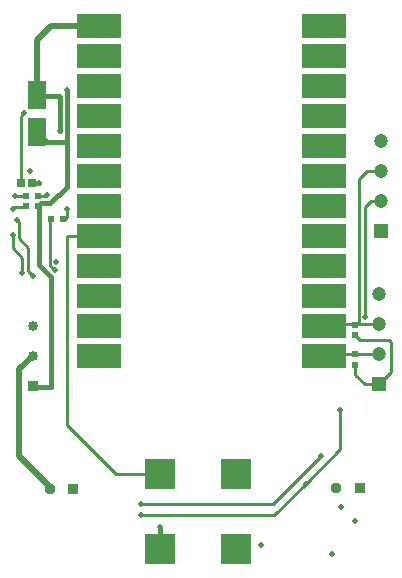
<source format=gtl>
G04 Layer_Physical_Order=1*
G04 Layer_Color=255*
%FSLAX24Y24*%
%MOIN*%
G70*
G01*
G75*
%ADD10R,0.0236X0.0236*%
%ADD11R,0.0236X0.0197*%
%ADD12R,0.0591X0.0965*%
%ADD13R,0.0252X0.0252*%
%ADD14R,0.1500X0.0800*%
%ADD15R,0.0992X0.0992*%
%ADD16C,0.0100*%
%ADD17C,0.0150*%
%ADD18C,0.0200*%
%ADD19R,0.0374X0.0374*%
%ADD20C,0.0374*%
%ADD21R,0.0472X0.0472*%
%ADD22C,0.0472*%
%ADD23C,0.0335*%
%ADD24R,0.0335X0.0335*%
%ADD25C,0.0200*%
%ADD26C,0.0400*%
D10*
X-5370Y2537D02*
D03*
Y2183D02*
D03*
X5200Y-2127D02*
D03*
Y-1773D02*
D03*
Y-3097D02*
D03*
Y-2743D02*
D03*
X-5780Y2183D02*
D03*
Y2537D02*
D03*
D11*
X-4954Y1740D02*
D03*
X-4560D02*
D03*
D12*
X-5420Y4660D02*
D03*
Y5880D02*
D03*
D13*
X-5940Y2970D02*
D03*
X-5578D02*
D03*
D14*
X4164Y-2802D02*
D03*
X4164Y-1802D02*
D03*
Y-802D02*
D03*
Y198D02*
D03*
Y1198D02*
D03*
Y2198D02*
D03*
Y3198D02*
D03*
Y4198D02*
D03*
Y5198D02*
D03*
Y6198D02*
D03*
Y7198D02*
D03*
Y8198D02*
D03*
X-3344Y2198D02*
D03*
X-3344Y-2802D02*
D03*
X-3344Y-1802D02*
D03*
Y-802D02*
D03*
Y198D02*
D03*
Y1198D02*
D03*
Y3198D02*
D03*
Y4198D02*
D03*
Y5198D02*
D03*
Y6198D02*
D03*
Y7198D02*
D03*
Y8198D02*
D03*
D15*
X-1306Y-6744D02*
D03*
Y-9256D02*
D03*
X1206D02*
D03*
Y-6744D02*
D03*
D16*
X6320Y-2290D02*
X6390Y-2360D01*
Y-3360D02*
Y-2360D01*
X6000Y-3750D02*
X6390Y-3360D01*
X5363Y-2290D02*
X6320D01*
X5200Y-2127D02*
X5363Y-2290D01*
X3966Y-2750D02*
X6000D01*
X2450Y-7750D02*
X4060Y-6140D01*
X-1950Y-7750D02*
X2450D01*
X3966Y-1750D02*
X5310D01*
X4690Y-5920D02*
Y-4590D01*
X2490Y-8120D02*
X3540Y-7070D01*
X-1950Y-8120D02*
X2490D01*
X5590Y3350D02*
X6050D01*
X5320Y3080D02*
X5590Y3350D01*
X5320Y-1740D02*
Y3080D01*
X5310Y-1750D02*
X6000D01*
X5310D02*
X5320Y-1740D01*
X3914Y-1802D02*
X3966Y-1750D01*
X3540Y-7070D02*
X4690Y-5920D01*
X-6230Y780D02*
X-5910Y460D01*
X-6230Y780D02*
Y1238D01*
X-5910Y-50D02*
Y460D01*
X4422Y-2802D02*
X4690Y-3070D01*
X3914Y-2802D02*
X3966Y-2750D01*
X3914Y-2802D02*
X4422D01*
X-5700Y20D02*
Y790D01*
X-6030Y1120D02*
X-5700Y790D01*
X-6080Y1710D02*
X-6030Y1660D01*
Y1120D02*
Y1660D01*
X-5700Y20D02*
X-5540Y-140D01*
X-4490Y1740D02*
X-4410Y1820D01*
Y2090D01*
X-4560Y1740D02*
X-4490D01*
X-5370Y2537D02*
X-5083D01*
X-5070Y2550D01*
X-4970Y200D02*
X-4810Y40D01*
X-4410Y-5110D02*
Y1190D01*
X-4970Y200D02*
Y1724D01*
X-4954Y1740D01*
X-4410Y-5110D02*
X-2776Y-6744D01*
X-4410Y1190D02*
X-3102D01*
X-3094Y1198D01*
X-6140Y2160D02*
X-5803D01*
X-6210Y2090D02*
X-6140Y2160D01*
X-6150Y2510D02*
X-6123Y2537D01*
X-5780D01*
X-5803Y2160D02*
X-5780Y2183D01*
X5200Y-3430D02*
Y-3097D01*
Y-3430D02*
X5520Y-3750D01*
X6000D01*
X-5940Y2970D02*
Y5200D01*
X-5840Y5300D01*
X5520Y-1510D02*
Y2140D01*
X5730Y2350D01*
X6050D01*
X-2776Y-6744D02*
X-1306D01*
D17*
X-5370Y2183D02*
X-5273Y2280D01*
X-4970D01*
X-4420Y2830D01*
Y4330D01*
X-5578Y2970D02*
X-5350D01*
X-5420Y4660D02*
X-5090Y4330D01*
X-4420D01*
Y4592D01*
X-4416Y4596D01*
Y6056D01*
X-4430Y6070D02*
X-4416Y6056D01*
X-5360Y220D02*
Y2183D01*
Y220D02*
X-4960Y-180D01*
Y-3850D02*
Y-180D01*
X-5500Y-3850D02*
X-4960D01*
X-1306Y-8526D02*
X-1300Y-8520D01*
X-1306Y-9256D02*
Y-8526D01*
X-5420Y5880D02*
X-5410Y5870D01*
X-4690D01*
X-4640Y5820D01*
Y4690D02*
Y5820D01*
X-4641Y4689D02*
X-4640Y4690D01*
X-5550Y-3800D02*
X-5500Y-3850D01*
X-5578Y2970D02*
X-5578Y2970D01*
D18*
X-4932Y8198D02*
X-3094D01*
X-4987Y-7250D02*
Y-7173D01*
X-6010Y-6150D02*
X-4987Y-7173D01*
X-6010Y-6150D02*
X-6000Y-6140D01*
Y-3250D01*
X-5550Y-2800D01*
X-5420Y5880D02*
Y7730D01*
X-4950Y8200D01*
X-4940Y8190D01*
X-4932Y8198D01*
D19*
X-4200Y-7250D02*
D03*
X5337Y-7200D02*
D03*
D20*
X-4987Y-7250D02*
D03*
X4550Y-7200D02*
D03*
D21*
X6000Y-3750D02*
D03*
X6050Y1350D02*
D03*
D22*
X6000Y-2750D02*
D03*
Y-1750D02*
D03*
Y-750D02*
D03*
X6050Y4350D02*
D03*
Y3350D02*
D03*
Y2350D02*
D03*
D23*
X-5550Y-1800D02*
D03*
Y-2800D02*
D03*
D24*
Y-3800D02*
D03*
D25*
X4060Y-6140D02*
D03*
X4680Y-4600D02*
D03*
X3540Y-7070D02*
D03*
X-6230Y1238D02*
D03*
X-6080Y1710D02*
D03*
X-1950Y-7750D02*
D03*
Y-8120D02*
D03*
X-5910Y-50D02*
D03*
X-5540Y-140D02*
D03*
X-5350Y2970D02*
D03*
X-4430Y6070D02*
D03*
X-5070Y2550D02*
D03*
X-4410Y2090D02*
D03*
X-4810Y40D02*
D03*
X-4770Y330D02*
D03*
X-6150Y2510D02*
D03*
X-6210Y2090D02*
D03*
X-1300Y-8520D02*
D03*
X-4641Y4689D02*
D03*
X-5660Y3360D02*
D03*
X5180Y-8310D02*
D03*
X2050Y-9120D02*
D03*
X5520Y-1510D02*
D03*
X4710Y-7850D02*
D03*
X4420Y-9400D02*
D03*
X-5840Y5300D02*
D03*
D26*
X3914Y-1802D02*
D03*
X3914Y-2802D02*
D03*
X3914Y-802D02*
D03*
Y198D02*
D03*
Y1198D02*
D03*
Y2198D02*
D03*
Y3198D02*
D03*
Y4198D02*
D03*
Y5198D02*
D03*
Y6198D02*
D03*
Y7198D02*
D03*
Y8198D02*
D03*
X-3094Y-2802D02*
D03*
X-3094Y-1802D02*
D03*
Y-802D02*
D03*
Y198D02*
D03*
Y1198D02*
D03*
Y2198D02*
D03*
Y3198D02*
D03*
Y4198D02*
D03*
Y5198D02*
D03*
Y6198D02*
D03*
X-3094Y7198D02*
D03*
Y8198D02*
D03*
M02*

</source>
